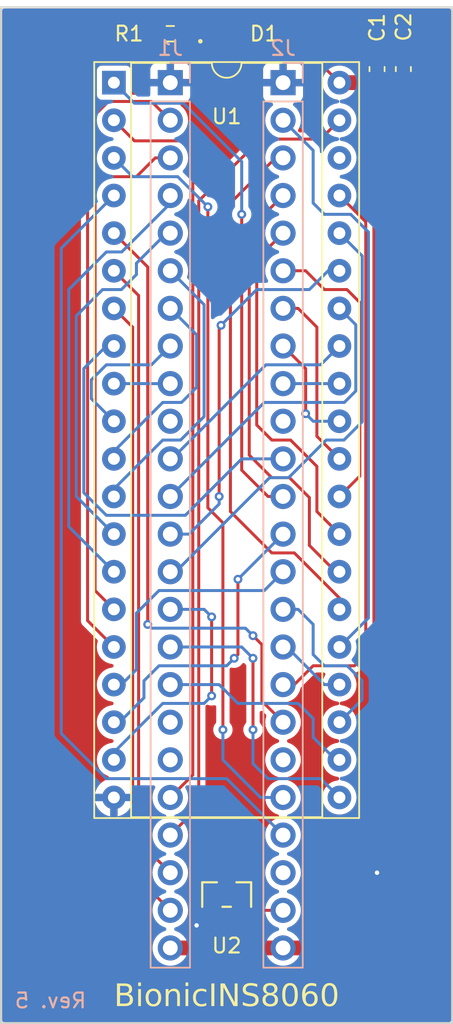
<source format=kicad_pcb>
(kicad_pcb (version 20221018) (generator pcbnew)
  (title_block (title "BionicINS8060") (date "2024-04-24") (rev "5") (company "Tadashi G. Takaoka"))
  (layers (0 "F.Cu" signal) (31 "B.Cu" signal) (34 "B.Paste" user) (35 "F.Paste" user) (36 "B.SilkS" user "B.Silkscreen") (37 "F.SilkS" user "F.Silkscreen") (38 "B.Mask" user) (39 "F.Mask" user) (44 "Edge.Cuts" user))
  (net 0 "")
  (net 1 "VCC")
  (net 2 "GND")
  (net 3 "/P53")
  (net 4 "/P26")
  (net 5 "/P27")
  (net 6 "/P47")
  (net 7 "/P46")
  (net 8 "/P25")
  (net 9 "/P24")
  (net 10 "/P23")
  (net 11 "/P22")
  (net 12 "/P21")
  (net 13 "/P20")
  (net 14 "/P34")
  (net 15 "/P35")
  (net 16 "/P17")
  (net 17 "/P36")
  (net 18 "/P16")
  (net 19 "/P15")
  (net 20 "/P40")
  (net 21 "/P14")
  (net 22 "/P41")
  (net 23 "/P13")
  (net 24 "/P42")
  (net 25 "/P12")
  (net 26 "/P11")
  (net 27 "/P44")
  (net 28 "/P10")
  (net 29 "/P45")
  (net 30 "/P33")
  (net 31 "/P32")
  (net 32 "/P31")
  (net 33 "/P30")
  (net 34 "/P51")
  (net 35 "/P55")
  (net 36 "/P43")
  (net 37 "/P52")
  (net 38 "/P54")
  (net 39 "/P50")
  (net 43 "Net-(J2-P57)")
  (net 48 "Net-(D1-K)")
  (footprint "0-LocalLibrary:LED_CSL1901UW1_ROM" (layer "F.Cu") (at 116.24 71.778)
    (fp_text reference "D1" (at 2.54 0 unlocked) (layer "F.SilkS"))
    (fp_text value "CSL1901UW1")
    (fp_circle (center -1.778 0.508) (end -1.7018 0.508) (stroke (width 0.1524)) (fill none) (layer "F.SilkS"))
    (pad "1" smd rect (at -0.7747 0) (size 0.762 0.7112) (layers "F.Cu" "F.Paste" "F.Mask") (net 48 "Net-(D1-K)"))
    (pad "2" smd rect (at 0.7747 0) (size 0.762 0.7112) (layers "F.Cu" "F.Paste" "F.Mask") (net 1 "VCC"))
    (zone (net 0) (net_name "") (layer "F.Cu") (connect_pads (clearance 0)) (min_thickness 0.254)
      (keepout (tracks not_allowed) (vias not_allowed) (pads allowed) (copperpour not_allowed) (footprints allowed))
      (fill (thermal_gap 0.508) (thermal_bridge_width 0.508))
      (polygon (pts (xy 115.8971 71.4224) (xy 116.5829 71.4224) (xy 116.5829 72.1336) (xy 115.8971 72.1336)))
    )
  )
  (footprint "Capacitor_SMD:C_0603_1608Metric_Pad1.08x0.95mm_HandSolder" (layer "F.Cu") (at 126.4 74.1645 90)
    (fp_text reference "C1" (at 2.794 0 90) (layer "F.SilkS"))
    (fp_text value "0.1u")
    (fp_line (start -0.146267 -0.51) (end 0.146267 -0.51) (stroke (width 0.12)) (layer "F.SilkS"))
    (fp_line (start -0.146267 0.51) (end 0.146267 0.51) (stroke (width 0.12)) (layer "F.SilkS"))
    (pad "1" smd roundrect (at -0.8625 0 90) (size 1.075 0.95) (layers "F.Cu" "F.Paste" "F.Mask") (net 1 "VCC"))
    (pad "2" smd roundrect (at 0.8625 0 90) (size 1.075 0.95) (layers "F.Cu" "F.Paste" "F.Mask") (net 2 "GND"))
  )
  (footprint "0-LocalLibrary:DIP-40_W15.24mm_Socket" (layer "F.Cu") (at 108.62 75.08)
    (fp_text reference "U1" (at 7.62 2.286) (layer "F.SilkS"))
    (fp_text value "INS8060")
    (fp_line (start -1.33 -1.39) (end -1.33 49.65) (stroke (width 0.12)) (layer "F.SilkS"))
    (fp_line (start -1.33 49.65) (end 16.57 49.65) (stroke (width 0.12)) (layer "F.SilkS"))
    (fp_line (start 1.16 -1.33) (end 1.16 49.59) (stroke (width 0.12)) (layer "F.SilkS"))
    (fp_line (start 1.16 49.59) (end 14.08 49.59) (stroke (width 0.12)) (layer "F.SilkS"))
    (fp_line (start 6.62 -1.33) (end 1.16 -1.33) (stroke (width 0.12)) (layer "F.SilkS"))
    (fp_line (start 14.08 -1.33) (end 8.62 -1.33) (stroke (width 0.12)) (layer "F.SilkS"))
    (fp_line (start 14.08 49.59) (end 14.08 -1.33) (stroke (width 0.12)) (layer "F.SilkS"))
    (fp_line (start 16.57 -1.39) (end -1.33 -1.39) (stroke (width 0.12)) (layer "F.SilkS"))
    (fp_line (start 16.57 49.65) (end 16.57 -1.39) (stroke (width 0.12)) (layer "F.SilkS"))
    (fp_arc (start 8.62 -1.33) (mid 7.62 -0.33) (end 6.62 -1.33) (stroke (width 0.12)) (layer "F.SilkS"))
    (pad "1" thru_hole rect locked (at 0 0) (size 1.6 1.6) (drill 0.8) (layers "*.Cu" "*.Mask") (net 22 "/P41"))
    (pad "2" thru_hole oval locked (at 0 2.54) (size 1.6 1.6) (drill 0.8) (layers "*.Cu" "*.Mask") (net 39 "/P50"))
    (pad "3" thru_hole oval locked (at 0 5.08) (size 1.6 1.6) (drill 0.8) (layers "*.Cu" "*.Mask") (net 38 "/P54"))
    (pad "4" thru_hole oval locked (at 0 7.62) (size 1.6 1.6) (drill 0.8) (layers "*.Cu" "*.Mask") (net 35 "/P55"))
    (pad "5" thru_hole oval locked (at 0 10.16) (size 1.6 1.6) (drill 0.8) (layers "*.Cu" "*.Mask") (net 6 "/P47"))
    (pad "6" thru_hole oval locked (at 0 12.7) (size 1.6 1.6) (drill 0.8) (layers "*.Cu" "*.Mask") (net 37 "/P52"))
    (pad "7" thru_hole oval locked (at 0 15.24) (size 1.6 1.6) (drill 0.8) (layers "*.Cu" "*.Mask") (net 3 "/P53"))
    (pad "8" thru_hole oval locked (at 0 17.78) (size 1.6 1.6) (drill 0.8) (layers "*.Cu" "*.Mask") (net 20 "/P40"))
    (pad "9" thru_hole oval locked (at 0 20.32) (size 1.6 1.6) (drill 0.8) (layers "*.Cu" "*.Mask") (net 16 "/P17"))
    (pad "10" thru_hole oval locked (at 0 22.86) (size 1.6 1.6) (drill 0.8) (layers "*.Cu" "*.Mask") (net 18 "/P16"))
    (pad "11" thru_hole oval locked (at 0 25.4) (size 1.6 1.6) (drill 0.8) (layers "*.Cu" "*.Mask") (net 19 "/P15"))
    (pad "12" thru_hole oval locked (at 0 27.94) (size 1.6 1.6) (drill 0.8) (layers "*.Cu" "*.Mask") (net 21 "/P14"))
    (pad "13" thru_hole oval locked (at 0 30.48) (size 1.6 1.6) (drill 0.8) (layers "*.Cu" "*.Mask") (net 23 "/P13"))
    (pad "14" thru_hole oval locked (at 0 33.02) (size 1.6 1.6) (drill 0.8) (layers "*.Cu" "*.Mask") (net 25 "/P12"))
    (pad "15" thru_hole oval locked (at 0 35.56) (size 1.6 1.6) (drill 0.8) (layers "*.Cu" "*.Mask") (net 26 "/P11"))
    (pad "16" thru_hole oval locked (at 0 38.1) (size 1.6 1.6) (drill 0.8) (layers "*.Cu" "*.Mask") (net 28 "/P10"))
    (pad "17" thru_hole oval locked (at 0 40.64) (size 1.6 1.6) (drill 0.8) (layers "*.Cu" "*.Mask") (net 36 "/P43"))
    (pad "18" thru_hole oval locked (at 0 43.18) (size 1.6 1.6) (drill 0.8) (layers "*.Cu" "*.Mask") (net 24 "/P42"))
    (pad "19" thru_hole oval locked (at 0 45.72) (size 1.6 1.6) (drill 0.8) (layers "*.Cu" "*.Mask") (net 14 "/P34"))
    (pad "20" thru_hole oval locked (at 0 48.26) (size 1.6 1.6) (drill 0.8) (layers "*.Cu" "*.Mask") (net 2 "GND"))
    (pad "21" thru_hole oval locked (at 15.24 48.26) (size 1.6 1.6) (drill 0.8) (layers "*.Cu" "*.Mask") (net 15 "/P35"))
    (pad "22" thru_hole oval locked (at 15.24 45.72) (size 1.6 1.6) (drill 0.8) (layers "*.Cu" "*.Mask") (net 17 "/P36"))
    (pad "23" thru_hole oval locked (at 15.24 43.18) (size 1.6 1.6) (drill 0.8) (layers "*.Cu" "*.Mask") (net 27 "/P44"))
    (pad "24" thru_hole oval locked (at 15.24 40.64) (size 1.6 1.6) (drill 0.8) (layers "*.Cu" "*.Mask") (net 29 "/P45"))
    (pad "25" thru_hole oval locked (at 15.24 38.1) (size 1.6 1.6) (drill 0.8) (layers "*.Cu" "*.Mask") (net 13 "/P20"))
    (pad "26" thru_hole oval locked (at 15.24 35.56) (size 1.6 1.6) (drill 0.8) (layers "*.Cu" "*.Mask") (net 12 "/P21"))
    (pad "27" thru_hole oval locked (at 15.24 33.02) (size 1.6 1.6) (drill 0.8) (layers "*.Cu" "*.Mask") (net 11 "/P22"))
    (pad "28" thru_hole oval locked (at 15.24 30.48) (size 1.6 1.6) (drill 0.8) (layers "*.Cu" "*.Mask") (net 10 "/P23"))
    (pad "29" thru_hole oval locked (at 15.24 27.94) (size 1.6 1.6) (drill 0.8) (layers "*.Cu" "*.Mask") (net 9 "/P24"))
    (pad "30" thru_hole oval locked (at 15.24 25.4) (size 1.6 1.6) (drill 0.8) (layers "*.Cu" "*.Mask") (net 8 "/P25"))
    (pad "31" thru_hole oval locked (at 15.24 22.86) (size 1.6 1.6) (drill 0.8) (layers "*.Cu" "*.Mask") (net 4 "/P26"))
    (pad "32" thru_hole oval locked (at 15.24 20.32) (size 1.6 1.6) (drill 0.8) (layers "*.Cu" "*.Mask") (net 5 "/P27"))
    (pad "33" thru_hole oval locked (at 15.24 17.78) (size 1.6 1.6) (drill 0.8) (layers "*.Cu" "*.Mask") (net 33 "/P30"))
    (pad "34" thru_hole oval locked (at 15.24 15.24) (size 1.6 1.6) (drill 0.8) (layers "*.Cu" "*.Mask") (net 32 "/P31"))
    (pad "35" thru_hole oval locked (at 15.24 12.7) (size 1.6 1.6) (drill 0.8) (layers "*.Cu" "*.Mask") (net 31 "/P32"))
    (pad "36" thru_hole oval locked (at 15.24 10.16) (size 1.6 1.6) (drill 0.8) (layers "*.Cu" "*.Mask") (net 30 "/P33"))
    (pad "37" thru_hole oval locked (at 15.24 7.62) (size 1.6 1.6) (drill 0.8) (layers "*.Cu" "*.Mask") (net 7 "/P46"))
    (pad "38" thru_hole oval locked (at 15.24 5.08) (size 1.6 1.6) (drill 0.8) (layers "*.Cu" "*.Mask"))
    (pad "39" thru_hole oval locked (at 15.24 2.54) (size 1.6 1.6) (drill 0.8) (layers "*.Cu" "*.Mask") (net 34 "/P51"))
    (pad "40" thru_hole oval locked (at 15.24 0) (size 1.6 1.6) (drill 0.8) (layers "*.Cu" "*.Mask") (net 1 "VCC"))
  )
  (footprint "0-LocalLibrary:SOT-23_MC_MCH-M" (layer "F.Cu") (at 116.24 129.894)
    (fp_text reference "U2" (at 0 3.4544 unlocked) (layer "F.SilkS"))
    (fp_text value "11AA010-I/TT")
    (fp_line (start -1.652 -0.827) (end -1.652 0.827) (stroke (width 0.1524)) (layer "F.SilkS"))
    (fp_line (start -0.66294 -0.827) (end -1.652 -0.827) (stroke (width 0.1524)) (layer "F.SilkS"))
    (fp_line (start -0.287061 0.827) (end 0.287061 0.827) (stroke (width 0.1524)) (layer "F.SilkS"))
    (fp_line (start 1.652 -0.827) (end 0.66294 -0.827) (stroke (width 0.1524)) (layer "F.SilkS"))
    (fp_line (start 1.652 0.827) (end 1.652 -0.827) (stroke (width 0.1524)) (layer "F.SilkS"))
    (pad "1" smd rect (at -0.950001 1.066) (size 0.6604 1.6256) (layers "F.Cu" "F.Paste" "F.Mask") (net 2 "GND"))
    (pad "2" smd rect (at 0.950001 1.066) (size 0.6604 1.6256) (layers "F.Cu" "F.Paste" "F.Mask") (net 43 "Net-(J2-P57)"))
    (pad "3" smd rect (at 0 -1.066) (size 0.6604 1.6256) (layers "F.Cu" "F.Paste" "F.Mask") (net 1 "VCC"))
  )
  (footprint "Capacitor_SMD:C_0603_1608Metric_Pad1.08x0.95mm_HandSolder" (layer "F.Cu") (at 128.178 74.1645 90)
    (fp_text reference "C2" (at 2.8424 0.0141 90) (layer "F.SilkS"))
    (fp_text value "22u")
    (fp_line (start -0.146267 -0.51) (end 0.146267 -0.51) (stroke (width 0.12)) (layer "F.SilkS"))
    (fp_line (start -0.146267 0.51) (end 0.146267 0.51) (stroke (width 0.12)) (layer "F.SilkS"))
    (pad "1" smd roundrect (at -0.8625 0 90) (size 1.075 0.95) (layers "F.Cu" "F.Paste" "F.Mask") (net 1 "VCC"))
    (pad "2" smd roundrect (at 0.8625 0 90) (size 1.075 0.95) (layers "F.Cu" "F.Paste" "F.Mask") (net 2 "GND"))
  )
  (footprint "Resistor_SMD:R_0603_1608Metric_Pad0.98x0.95mm_HandSolder" (layer "F.Cu") (at 112.43 71.778 180)
    (fp_text reference "R1" (at 2.794 0) (layer "F.SilkS"))
    (fp_text value "1.6k")
    (fp_line (start -0.254724 -0.5225) (end 0.254724 -0.5225) (stroke (width 0.12)) (layer "F.SilkS"))
    (fp_line (start -0.254724 0.5225) (end 0.254724 0.5225) (stroke (width 0.12)) (layer "F.SilkS"))
    (pad "1" smd roundrect (at -0.9125 0 180) (size 0.975 0.95) (layers "F.Cu" "F.Paste" "F.Mask") (net 48 "Net-(D1-K)"))
    (pad "2" smd roundrect (at 0.9125 0 180) (size 0.975 0.95) (layers "F.Cu" "F.Paste" "F.Mask") (net 2 "GND"))
  )
  (footprint "0-LocalLibrary:Bionic-P245_Vertical" (layer "B.Cu") (at 120.05 75.08 180)
    (fp_text reference "J2" (at 0 2.33) (layer "B.SilkS") (effects (justify mirror)))
    (fp_text value "Bionic-P245")
    (fp_line (start -1.33 -59.75) (end 1.33 -59.75) (stroke (width 0.12)) (layer "B.SilkS"))
    (fp_line (start -1.33 -1.27) (end -1.33 -59.75) (stroke (width 0.12)) (layer "B.SilkS"))
    (fp_line (start -1.33 -1.27) (end 1.33 -1.27) (stroke (width 0.12)) (layer "B.SilkS"))
    (fp_line (start -1.33 0) (end -1.33 1.33) (stroke (width 0.12)) (layer "B.SilkS"))
    (fp_line (start -1.33 1.33) (end 0 1.33) (stroke (width 0.12)) (layer "B.SilkS"))
    (fp_line (start 1.33 -1.27) (end 1.33 -59.75) (stroke (width 0.12)) (layer "B.SilkS"))
    (pad "25" thru_hole oval locked (at 0 -58.42 180) (size 1.7 1.7) (drill 1) (layers "*.Cu" "*.Mask") (net 1 "VCC"))
    (pad "26" thru_hole oval locked (at 0 -55.88 180) (size 1.7 1.7) (drill 1) (layers "*.Cu" "*.Mask") (net 43 "Net-(J2-P57)"))
    (pad "27" thru_hole oval locked (at 0 -53.34 180) (size 1.7 1.7) (drill 1) (layers "*.Cu" "*.Mask"))
    (pad "28" thru_hole oval locked (at 0 -50.8 180) (size 1.7 1.7) (drill 1) (layers "*.Cu" "*.Mask") (net 35 "/P55"))
    (pad "29" thru_hole oval locked (at 0 -48.26 180) (size 1.7 1.7) (drill 1) (layers "*.Cu" "*.Mask") (net 38 "/P54"))
    (pad "30" thru_hole oval locked (at 0 -45.72 180) (size 1.7 1.7) (drill 1) (layers "*.Cu" "*.Mask"))
    (pad "31" thru_hole oval locked (at 0 -43.18 180) (size 1.7 1.7) (drill 1) (layers "*.Cu" "*.Mask") (net 6 "/P47"))
    (pad "32" thru_hole oval locked (at 0 -40.64 180) (size 1.7 1.7) (drill 1) (layers "*.Cu" "*.Mask") (net 7 "/P46"))
    (pad "33" thru_hole oval locked (at 0 -38.1 180) (size 1.7 1.7) (drill 1) (layers "*.Cu" "*.Mask") (net 29 "/P45"))
    (pad "34" thru_hole oval locked (at 0 -35.56 180) (size 1.7 1.7) (drill 1) (layers "*.Cu" "*.Mask") (net 27 "/P44"))
    (pad "35" thru_hole oval locked (at 0 -33.02 180) (size 1.7 1.7) (drill 1) (layers "*.Cu" "*.Mask") (net 36 "/P43"))
    (pad "36" thru_hole oval locked (at 0 -30.48 180) (size 1.7 1.7) (drill 1) (layers "*.Cu" "*.Mask") (net 24 "/P42"))
    (pad "37" thru_hole oval locked (at 0 -27.94 180) (size 1.7 1.7) (drill 1) (layers "*.Cu" "*.Mask") (net 22 "/P41"))
    (pad "38" thru_hole oval locked (at 0 -25.4 180) (size 1.7 1.7) (drill 1) (layers "*.Cu" "*.Mask") (net 20 "/P40"))
    (pad "39" thru_hole oval locked (at 0 -22.86 180) (size 1.7 1.7) (drill 1) (layers "*.Cu" "*.Mask"))
    (pad "40" thru_hole oval locked (at 0 -20.32 180) (size 1.7 1.7) (drill 1) (layers "*.Cu" "*.Mask") (net 5 "/P27"))
    (pad "41" thru_hole oval locked (at 0 -17.78 180) (size 1.7 1.7) (drill 1) (layers "*.Cu" "*.Mask") (net 4 "/P26"))
    (pad "42" thru_hole oval locked (at 0 -15.24 180) (size 1.7 1.7) (drill 1) (layers "*.Cu" "*.Mask") (net 8 "/P25"))
    (pad "43" thru_hole oval locked (at 0 -12.7 180) (size 1.7 1.7) (drill 1) (layers "*.Cu" "*.Mask") (net 9 "/P24"))
    (pad "44" thru_hole oval locked (at 0 -10.16 180) (size 1.7 1.7) (drill 1) (layers "*.Cu" "*.Mask") (net 10 "/P23"))
    (pad "45" thru_hole oval locked (at 0 -7.62 180) (size 1.7 1.7) (drill 1) (layers "*.Cu" "*.Mask") (net 11 "/P22"))
    (pad "46" thru_hole oval locked (at 0 -5.08 180) (size 1.7 1.7) (drill 1) (layers "*.Cu" "*.Mask") (net 12 "/P21"))
    (pad "47" thru_hole oval locked (at 0 -2.54 180) (size 1.7 1.7) (drill 1) (layers "*.Cu" "*.Mask") (net 13 "/P20"))
    (pad "48" thru_hole rect locked (at 0 0 180) (size 1.7 1.7) (drill 1) (layers "*.Cu" "*.Mask") (net 2 "GND"))
  )
  (footprint "0-LocalLibrary:Bionic-P135_Vertical" (layer "B.Cu") (at 112.43 75.08 180)
    (fp_text reference "J1" (at 0 2.33) (layer "B.SilkS") (effects (justify mirror)))
    (fp_text value "Bionic-P135")
    (fp_line (start -1.33 -59.75) (end 1.33 -59.75) (stroke (width 0.12)) (layer "B.SilkS"))
    (fp_line (start -1.33 -1.27) (end -1.33 -59.75) (stroke (width 0.12)) (layer "B.SilkS"))
    (fp_line (start -1.33 -1.27) (end 1.33 -1.27) (stroke (width 0.12)) (layer "B.SilkS"))
    (fp_line (start -1.33 0) (end -1.33 1.33) (stroke (width 0.12)) (layer "B.SilkS"))
    (fp_line (start -1.33 1.33) (end 0 1.33) (stroke (width 0.12)) (layer "B.SilkS"))
    (fp_line (start 1.33 -1.27) (end 1.33 -59.75) (stroke (width 0.12)) (layer "B.SilkS"))
    (pad "1" thru_hole rect locked (at 0 0 180) (size 1.7 1.7) (drill 1) (layers "*.Cu" "*.Mask") (net 2 "GND"))
    (pad "2" thru_hole oval locked (at 0 -2.54 180) (size 1.7 1.7) (drill 1) (layers "*.Cu" "*.Mask") (net 28 "/P10"))
    (pad "3" thru_hole oval locked (at 0 -5.08 180) (size 1.7 1.7) (drill 1) (layers "*.Cu" "*.Mask") (net 26 "/P11"))
    (pad "4" thru_hole oval locked (at 0 -7.62 180) (size 1.7 1.7) (drill 1) (layers "*.Cu" "*.Mask") (net 25 "/P12"))
    (pad "5" thru_hole oval locked (at 0 -10.16 180) (size 1.7 1.7) (drill 1) (layers "*.Cu" "*.Mask") (net 23 "/P13"))
    (pad "6" thru_hole oval locked (at 0 -12.7 180) (size 1.7 1.7) (drill 1) (layers "*.Cu" "*.Mask") (net 21 "/P14"))
    (pad "7" thru_hole oval locked (at 0 -15.24 180) (size 1.7 1.7) (drill 1) (layers "*.Cu" "*.Mask") (net 19 "/P15"))
    (pad "8" thru_hole oval locked (at 0 -17.78 180) (size 1.7 1.7) (drill 1) (layers "*.Cu" "*.Mask") (net 18 "/P16"))
    (pad "9" thru_hole oval locked (at 0 -20.32 180) (size 1.7 1.7) (drill 1) (layers "*.Cu" "*.Mask") (net 16 "/P17"))
    (pad "10" thru_hole oval locked (at 0 -22.86 180) (size 1.7 1.7) (drill 1) (layers "*.Cu" "*.Mask"))
    (pad "11" thru_hole oval locked (at 0 -25.4 180) (size 1.7 1.7) (drill 1) (layers "*.Cu" "*.Mask") (net 33 "/P30"))
    (pad "12" thru_hole oval locked (at 0 -27.94 180) (size 1.7 1.7) (drill 1) (layers "*.Cu" "*.Mask") (net 32 "/P31"))
    (pad "13" thru_hole oval locked (at 0 -30.48 180) (size 1.7 1.7) (drill 1) (layers "*.Cu" "*.Mask") (net 31 "/P32"))
    (pad "14" thru_hole oval locked (at 0 -33.02 180) (size 1.7 1.7) (drill 1) (layers "*.Cu" "*.Mask") (net 30 "/P33"))
    (pad "15" thru_hole oval locked (at 0 -35.56 180) (size 1.7 1.7) (drill 1) (layers "*.Cu" "*.Mask") (net 14 "/P34"))
    (pad "16" thru_hole oval locked (at 0 -38.1 180) (size 1.7 1.7) (drill 1) (layers "*.Cu" "*.Mask") (net 15 "/P35"))
    (pad "17" thru_hole oval locked (at 0 -40.64 180) (size 1.7 1.7) (drill 1) (layers "*.Cu" "*.Mask") (net 17 "/P36"))
    (pad "18" thru_hole oval locked (at 0 -43.18 180) (size 1.7 1.7) (drill 1) (layers "*.Cu" "*.Mask"))
    (pad "19" thru_hole oval locked (at 0 -45.72 180) (size 1.7 1.7) (drill 1) (layers "*.Cu" "*.Mask"))
    (pad "20" thru_hole oval locked (at 0 -48.26 180) (size 1.7 1.7) (drill 1) (layers "*.Cu" "*.Mask") (net 39 "/P50"))
    (pad "21" thru_hole oval locked (at 0 -50.8 180) (size 1.7 1.7) (drill 1) (layers "*.Cu" "*.Mask") (net 34 "/P51"))
    (pad "22" thru_hole oval locked (at 0 -53.34 180) (size 1.7 1.7) (drill 1) (layers "*.Cu" "*.Mask") (net 37 "/P52"))
    (pad "23" thru_hole oval locked (at 0 -55.88 180) (size 1.7 1.7) (drill 1) (layers "*.Cu" "*.Mask") (net 3 "/P53"))
    (pad "24" thru_hole oval locked (at 0 -58.42 180) (size 1.7 1.7) (drill 1) (layers "*.Cu" "*.Mask") (net 1 "VCC"))
  )
  (gr_rect (start 101 70) (end 131.48 138.58) (stroke (width 0.15)) (fill none) (layer "Edge.Cuts"))
  (gr_text "Rev. 5" (at 106.842 137.056) (layer "B.SilkS") (effects (font (size 1 1)) (justify left mirror)))
  (gr_text "BionicINS8060" (at 116.24 136.802) (layer "F.SilkS") (effects (font (size 1.5 1.5))))
  (segment (start 123.86 133.5) (end 128.305 129.055) (width 1) (layer "F.Cu") (net 1))
  (segment (start 116.24 133.5) (end 120.05 133.5) (width 1) (layer "F.Cu") (net 1))
  (segment (start 126.4 75.08) (end 123.86 75.08) (width 1) (layer "F.Cu") (net 1))
  (segment (start 112.43 133.5) (end 116.24 133.5) (width 1) (layer "F.Cu") (net 1))
  (segment (start 116.24 133.5) (end 116.24 128.624) (width 0.2) (layer "F.Cu") (net 1))
  (segment (start 120.05 133.5) (end 123.86 133.5) (width 1) (layer "F.Cu") (net 1))
  (segment (start 126.4 75.08) (end 126.4 74.9265) (width 1) (layer "F.Cu") (net 1))
  (segment (start 120.558 71.778) (end 123.86 75.08) (width 0.2) (layer "F.Cu") (net 1))
  (segment (start 117.0147 71.778) (end 120.558 71.778) (width 0.2) (layer "F.Cu") (net 1))
  (segment (start 128.305 75.08) (end 126.4 75.08) (width 1) (layer "F.Cu") (net 1))
  (segment (start 128.305 129.055) (end 128.305 75.08) (width 1) (layer "F.Cu") (net 1))
  (via (at 114.208 131.976) (size 0.6) (drill 0.3) (layers "F.Cu" "B.Cu") (net 2))
  (via (at 126.4 128.42) (size 0.6) (drill 0.3) (layers "F.Cu" "B.Cu") (net 2))
  (segment (start 112.43 130.96) (end 109.89 128.42) (width 0.2) (layer "F.Cu") (net 3))
  (segment (start 109.89 128.42) (end 109.89 91.59) (width 0.2) (layer "F.Cu") (net 3))
  (segment (start 109.89 91.59) (end 108.62 90.32) (width 0.2) (layer "F.Cu") (net 3))
  (segment (start 121.5767 97.432) (end 121.5767 94.3867) (width 0.2) (layer "F.Cu") (net 4))
  (segment (start 121.5767 94.3867) (end 120.05 92.86) (width 0.2) (layer "F.Cu") (net 4))
  (via (at 121.5767 97.432) (size 0.6) (drill 0.3) (layers "F.Cu" "B.Cu") (net 4))
  (segment (start 121.5767 97.432) (end 122.0847 97.94) (width 0.2) (layer "B.Cu") (net 4))
  (segment (start 122.0847 97.94) (end 123.86 97.94) (width 0.2) (layer "B.Cu") (net 4))
  (segment (start 123.86 95.4) (end 120.05 95.4) (width 0.2) (layer "B.Cu") (net 5))
  (segment (start 110.906 111.656) (end 110.906 87.526) (width 0.2) (layer "F.Cu") (net 6))
  (segment (start 118.618 116.828) (end 120.05 118.26) (width 0.2) (layer "F.Cu") (net 6))
  (segment (start 118.618 113.018) (end 118.618 116.828) (width 0.2) (layer "F.Cu") (net 6))
  (segment (start 118.018 112.418) (end 118.618 113.018) (width 0.2) (layer "F.Cu") (net 6))
  (segment (start 110.906 87.526) (end 108.62 85.24) (width 0.2) (layer "F.Cu") (net 6))
  (via (at 110.906 111.656) (size 0.6) (drill 0.3) (layers "F.Cu" "B.Cu") (net 6))
  (via (at 118.018 112.418) (size 0.6) (drill 0.3) (layers "F.Cu" "B.Cu") (net 6))
  (segment (start 117.51 111.91) (end 111.16 111.91) (width 0.2) (layer "B.Cu") (net 6))
  (segment (start 118.018 112.418) (end 117.51 111.91) (width 0.2) (layer "B.Cu") (net 6))
  (segment (start 111.16 111.91) (end 110.906 111.656) (width 0.2) (layer "B.Cu") (net 6))
  (segment (start 120.05 115.72) (end 120.812 115.72) (width 0.2) (layer "F.Cu") (net 7))
  (segment (start 122.082 114.45) (end 124.876 114.45) (width 0.2) (layer "F.Cu") (net 7))
  (segment (start 125.638 113.688) (end 125.638 84.478) (width 0.2) (layer "F.Cu") (net 7))
  (segment (start 124.876 114.45) (end 125.638 113.688) (width 0.2) (layer "F.Cu") (net 7))
  (segment (start 125.638 84.478) (end 123.86 82.7) (width 0.2) (layer "F.Cu") (net 7))
  (segment (start 120.812 115.72) (end 122.082 114.45) (width 0.2) (layer "F.Cu") (net 7))
  (segment (start 122.336 91.59) (end 122.336 98.956) (width 0.2) (layer "F.Cu") (net 8))
  (segment (start 121.066 90.32) (end 122.336 91.59) (width 0.2) (layer "F.Cu") (net 8))
  (segment (start 120.05 90.32) (end 121.066 90.32) (width 0.2) (layer "F.Cu") (net 8))
  (segment (start 122.336 98.956) (end 123.86 100.48) (width 0.2) (layer "F.Cu") (net 8))
  (segment (start 125.238 89.92) (end 125.238 101.642) (width 0.2) (layer "F.Cu") (net 9))
  (segment (start 120.05 87.78) (end 121.574 87.78) (width 0.2) (layer "F.Cu") (net 9))
  (segment (start 124.368 89.05) (end 125.238 89.92) (width 0.2) (layer "F.Cu") (net 9))
  (segment (start 122.844 89.05) (end 124.368 89.05) (width 0.2) (layer "F.Cu") (net 9))
  (segment (start 125.238 101.642) (end 123.86 103.02) (width 0.2) (layer "F.Cu") (net 9))
  (segment (start 121.574 87.78) (end 122.844 89.05) (width 0.2) (layer "F.Cu") (net 9))
  (segment (start 122.336 100.988) (end 120.558 99.21) (width 0.2) (layer "F.Cu") (net 10))
  (segment (start 118.272 98.194) (end 118.272 87.018) (width 0.2) (layer "F.Cu") (net 10))
  (segment (start 118.272 87.018) (end 120.05 85.24) (width 0.2) (layer "F.Cu") (net 10))
  (segment (start 120.558 99.21) (end 119.288 99.21) (width 0.2) (layer "F.Cu") (net 10))
  (segment (start 123.86 105.56) (end 122.336 104.036) (width 0.2) (layer "F.Cu") (net 10))
  (segment (start 122.336 104.036) (end 122.336 100.988) (width 0.2) (layer "F.Cu") (net 10))
  (segment (start 119.288 99.21) (end 118.272 98.194) (width 0.2) (layer "F.Cu") (net 10))
  (segment (start 123.606 108.1) (end 121.828 106.322) (width 0.2) (layer "F.Cu") (net 11))
  (segment (start 121.828 103.0942) (end 120.4838 101.75) (width 0.2) (layer "F.Cu") (net 11))
  (segment (start 123.86 108.1) (end 123.606 108.1) (width 0.2) (layer "F.Cu") (net 11))
  (segment (start 117.764 84.986) (end 120.05 82.7) (width 0.2) (layer "F.Cu") (net 11))
  (segment (start 117.764 100.226) (end 117.764 84.986) (width 0.2) (layer "F.Cu") (net 11))
  (segment (start 120.4838 101.75) (end 119.288 101.75) (width 0.2) (layer "F.Cu") (net 11))
  (segment (start 119.288 101.75) (end 117.764 100.226) (width 0.2) (layer "F.Cu") (net 11))
  (segment (start 121.828 106.322) (end 121.828 103.0942) (width 0.2) (layer "F.Cu") (net 11))
  (segment (start 123.86 109.878) (end 120.812 106.83) (width 0.2) (layer "F.Cu") (net 12))
  (segment (start 119.542 80.16) (end 120.05 80.16) (width 0.2) (layer "F.Cu") (net 12))
  (segment (start 116.494 104.036) (end 116.494 83.208) (width 0.2) (layer "F.Cu") (net 12))
  (segment (start 120.812 106.83) (end 119.288 106.83) (width 0.2) (layer "F.Cu") (net 12))
  (segment (start 116.494 83.208) (end 119.542 80.16) (width 0.2) (layer "F.Cu") (net 12))
  (segment (start 123.86 110.64) (end 123.86 109.878) (width 0.2) (layer "F.Cu") (net 12))
  (segment (start 119.288 106.83) (end 116.494 104.036) (width 0.2) (layer "F.Cu") (net 12))
  (segment (start 123.86 113.18) (end 125.8172 111.2228) (width 0.2) (layer "B.Cu") (net 13))
  (segment (start 125.8172 111.2228) (end 125.8172 85.1652) (width 0.2) (layer "B.Cu") (net 13))
  (segment (start 125.8172 85.1652) (end 124.622 83.97) (width 0.2) (layer "B.Cu") (net 13))
  (segment (start 124.622 83.97) (end 122.844 83.97) (width 0.2) (layer "B.Cu") (net 13))
  (segment (start 122.082 79.652) (end 120.05 77.62) (width 0.2) (layer "B.Cu") (net 13))
  (segment (start 122.844 83.97) (end 122.082 83.208) (width 0.2) (layer "B.Cu") (net 13))
  (segment (start 122.082 83.208) (end 122.082 79.652) (width 0.2) (layer "B.Cu") (net 13))
  (segment (start 115.224 111.148) (end 115.224 116.482) (width 0.2) (layer "F.Cu") (net 14))
  (via (at 115.224 116.482) (size 0.6) (drill 0.3) (layers "F.Cu" "B.Cu") (net 14))
  (via (at 115.224 111.148) (size 0.6) (drill 0.3) (layers "F.Cu" "B.Cu") (net 14))
  (segment (start 108.62 120.292) (end 108.62 120.8) (width 0.2) (layer "B.Cu") (net 14))
  (segment (start 114.716 110.64) (end 112.43 110.64) (width 0.2) (layer "B.Cu") (net 14))
  (segment (start 112.43 110.64) (end 112.43 110.686984) (width 0.2) (layer "B.Cu") (net 14))
  (segment (start 111.922 116.99) (end 108.62 120.292) (width 0.2) (layer "B.Cu") (net 14))
  (segment (start 115.224 111.148) (end 114.716 110.64) (width 0.2) (layer "B.Cu") (net 14))
  (segment (start 115.224 116.482) (end 114.716 116.99) (width 0.2) (layer "B.Cu") (net 14))
  (segment (start 114.716 116.99) (end 111.922 116.99) (width 0.2) (layer "B.Cu") (net 14))
  (segment (start 118.018 113.942) (end 118.018 118.768) (width 0.2) (layer "F.Cu") (net 15))
  (via (at 118.018 118.768) (size 0.6) (drill 0.3) (layers "F.Cu" "B.Cu") (net 15))
  (via (at 118.018 113.942) (size 0.6) (drill 0.3) (layers "F.Cu" "B.Cu") (net 15))
  (segment (start 122.59 122.07) (end 123.86 123.34) (width 0.2) (layer "B.Cu") (net 15))
  (segment (start 118.018 113.942) (end 117.256 113.18) (width 0.2) (layer "B.Cu") (net 15))
  (segment (start 119.034 122.07) (end 122.59 122.07) (width 0.2) (layer "B.Cu") (net 15))
  (segment (start 118.018 118.768) (end 118.018 121.054) (width 0.2) (layer "B.Cu") (net 15))
  (segment (start 117.256 113.18) (end 112.43 113.18) (width 0.2) (layer "B.Cu") (net 15))
  (segment (start 118.018 121.054) (end 119.034 122.07) (width 0.2) (layer "B.Cu") (net 15))
  (segment (start 112.43 95.4) (end 108.62 95.4) (width 0.2) (layer "B.Cu") (net 16))
  (segment (start 112.43 115.72) (end 115.732 115.72) (width 0.2) (layer "B.Cu") (net 17))
  (segment (start 123.606 120.8) (end 123.86 120.8) (width 0.2) (layer "B.Cu") (net 17))
  (segment (start 121.066 116.99) (end 122.082 118.006) (width 0.2) (layer "B.Cu") (net 17))
  (segment (start 115.732 115.72) (end 117.002 116.99) (width 0.2) (layer "B.Cu") (net 17))
  (segment (start 122.082 118.006) (end 122.082 119.276) (width 0.2) (layer "B.Cu") (net 17))
  (segment (start 117.002 116.99) (end 121.066 116.99) (width 0.2) (layer "B.Cu") (net 17))
  (segment (start 122.082 119.276) (end 123.606 120.8) (width 0.2) (layer "B.Cu") (net 17))
  (segment (start 108.112 94.13) (end 111.16 94.13) (width 0.2) (layer "B.Cu") (net 18))
  (segment (start 108.62 97.94) (end 107.096 96.416) (width 0.2) (layer "B.Cu") (net 18))
  (segment (start 107.096 96.416) (end 107.096 95.146) (width 0.2) (layer "B.Cu") (net 18))
  (segment (start 107.096 95.146) (end 108.112 94.13) (width 0.2) (layer "B.Cu") (net 18))
  (segment (start 111.16 94.13) (end 112.43 92.86) (width 0.2) (layer "B.Cu") (net 18))
  (segment (start 114.208 95.654) (end 113.192 96.67) (width 0.2) (layer "B.Cu") (net 19))
  (segment (start 111.922 96.67) (end 108.62 99.972) (width 0.2) (layer "B.Cu") (net 19))
  (segment (start 114.208 92.098) (end 114.208 95.654) (width 0.2) (layer "B.Cu") (net 19))
  (segment (start 113.192 96.67) (end 111.922 96.67) (width 0.2) (layer "B.Cu") (net 19))
  (segment (start 112.43 90.32) (end 114.208 92.098) (width 0.2) (layer "B.Cu") (net 19))
  (segment (start 108.62 99.972) (end 108.62 100.48) (width 0.2) (layer "B.Cu") (net 19))
  (segment (start 108.112 92.86) (end 108.62 92.86) (width 0.2) (layer "B.Cu") (net 20))
  (segment (start 117.256 100.48) (end 113.446 104.29) (width 0.2) (layer "B.Cu") (net 20))
  (segment (start 106.588 94.384) (end 108.112 92.86) (width 0.2) (layer "B.Cu") (net 20))
  (segment (start 106.588 102.766) (end 106.588 94.384) (width 0.2) (layer "B.Cu") (net 20))
  (segment (start 120.05 100.48) (end 117.256 100.48) (width 0.2) (layer "B.Cu") (net 20))
  (segment (start 108.112 104.29) (end 106.588 102.766) (width 0.2) (layer "B.Cu") (net 20))
  (segment (start 113.446 104.29) (end 108.112 104.29) (width 0.2) (layer "B.Cu") (net 20))
  (segment (start 113.1278 99.21) (end 114.716 97.6218) (width 0.2) (layer "B.Cu") (net 21))
  (segment (start 108.62 103.02) (end 108.62 102.512) (width 0.2) (layer "B.Cu") (net 21))
  (segment (start 111.922 99.21) (end 113.1278 99.21) (width 0.2) (layer "B.Cu") (net 21))
  (segment (start 114.716 97.6218) (end 114.716 90.066) (width 0.2) (layer "B.Cu") (net 21))
  (segment (start 114.716 90.066) (end 112.43 87.78) (width 0.2) (layer "B.Cu") (net 21))
  (segment (start 108.62 102.512) (end 111.922 99.21) (width 0.2) (layer "B.Cu") (net 21))
  (segment (start 117.256 83.97) (end 117.256 101.242) (width 0.2) (layer "F.Cu") (net 22))
  (segment (start 117.256 101.242) (end 119.034 103.02) (width 0.2) (layer "F.Cu") (net 22))
  (segment (start 119.034 103.02) (end 120.05 103.02) (width 0.2) (layer "F.Cu") (net 22))
  (via (at 117.256 83.97) (size 0.6) (drill 0.3) (layers "F.Cu" "B.Cu") (net 22))
  (segment (start 110.01 76.47) (end 108.62 75.08) (width 0.2) (layer "B.Cu") (net 22))
  (segment (start 117.256 80.414) (end 113.312 76.47) (width 0.2) (layer "B.Cu") (net 22))
  (segment (start 117.256 83.97) (end 117.256 80.414) (width 0.2) (layer "B.Cu") (net 22))
  (segment (start 113.312 76.47) (end 110.01 76.47) (width 0.2) (layer "B.Cu") (net 22))
  (segment (start 110.144 88.034) (end 110.144 87.272) (width 0.2) (layer "B.Cu") (net 23))
  (segment (start 108.62 105.56) (end 106.08 103.02) (width 0.2) (layer "B.Cu") (net 23))
  (segment (start 106.08 103.02) (end 106.08 90.828) (width 0.2) (layer "B.Cu") (net 23))
  (segment (start 109.128 89.05) (end 110.144 88.034) (width 0.2) (layer "B.Cu") (net 23))
  (segment (start 112.176 85.24) (end 112.43 85.24) (width 0.2) (layer "B.Cu") (net 23))
  (segment (start 107.858 89.05) (end 109.128 89.05) (width 0.2) (layer "B.Cu") (net 23))
  (segment (start 110.144 87.272) (end 112.176 85.24) (width 0.2) (layer "B.Cu") (net 23))
  (segment (start 106.08 90.828) (end 107.858 89.05) (width 0.2) (layer "B.Cu") (net 23))
  (segment (start 117.002 113.688) (end 116.748 113.942) (width 0.2) (layer "F.Cu") (net 24))
  (segment (start 117.002 108.608) (end 117.002 113.688) (width 0.2) (layer "F.Cu") (net 24))
  (via (at 116.748 113.942) (size 0.6) (drill 0.3) (layers "F.Cu" "B.Cu") (net 24))
  (via (at 117.002 108.608) (size 0.6) (drill 0.3) (layers "F.Cu" "B.Cu") (net 24))
  (segment (start 111.668 114.45) (end 110.652 115.466) (width 0.2) (layer "B.Cu") (net 24))
  (segment (start 116.24 114.45) (end 111.668 114.45) (width 0.2) (layer "B.Cu") (net 24))
  (segment (start 117.002 108.608) (end 120.05 105.56) (width 0.2) (layer "B.Cu") (net 24))
  (segment (start 109.001 118.26) (end 108.62 118.26) (width 0.2) (layer "B.Cu") (net 24))
  (segment (start 110.652 115.466) (end 110.652 116.609) (width 0.2) (layer "B.Cu") (net 24))
  (segment (start 116.748 113.942) (end 116.24 114.45) (width 0.2) (layer "B.Cu") (net 24))
  (segment (start 110.652 116.609) (end 109.001 118.26) (width 0.2) (layer "B.Cu") (net 24))
  (segment (start 105.572 105.052) (end 108.62 108.1) (width 0.2) (layer "B.Cu") (net 25))
  (segment (start 108.112 86.51) (end 105.572 89.05) (width 0.2) (layer "B.Cu") (net 25))
  (segment (start 105.572 89.05) (end 105.572 105.052) (width 0.2) (layer "B.Cu") (net 25))
  (segment (start 112.43 83.23025) (end 109.15025 86.51) (width 0.2) (layer "B.Cu") (net 25))
  (segment (start 112.43 82.7) (end 112.43 83.23025) (width 0.2) (layer "B.Cu") (net 25))
  (segment (start 109.15025 86.51) (end 108.112 86.51) (width 0.2) (layer "B.Cu") (net 25))
  (segment (start 112.43 80.4649) (end 112.43 80.16) (width 0.2) (layer "F.Cu") (net 26))
  (segment (start 107.35 82.192) (end 107.35 109.37) (width 0.2) (layer "F.Cu") (net 26))
  (segment (start 110.144 81.43) (end 108.112 81.43) (width 0.2) (layer "F.Cu") (net 26))
  (segment (start 108.112 81.43) (end 107.35 82.192) (width 0.2) (layer "F.Cu") (net 26))
  (segment (start 107.35 109.37) (end 108.62 110.64) (width 0.2) (layer "F.Cu") (net 26))
  (segment (start 112.43 80.16) (end 111.414 80.16) (width 0.2) (layer "F.Cu") (net 26))
  (segment (start 111.414 80.16) (end 110.144 81.43) (width 0.2) (layer "F.Cu") (net 26))
  (segment (start 111.668 80.16) (end 112.43 80.16) (width 0.2) (layer "B.Cu") (net 26))
  (segment (start 122.082 111.656) (end 122.082 113.688) (width 0.2) (layer "B.Cu") (net 27))
  (segment (start 122.082 113.688) (end 122.844 114.45) (width 0.2) (layer "B.Cu") (net 27))
  (segment (start 124.383817 114.45) (end 125.384 115.450183) (width 0.2) (layer "B.Cu") (net 27))
  (segment (start 125.384 115.450183) (end 125.384 116.736) (width 0.2) (layer "B.Cu") (net 27))
  (segment (start 122.844 114.45) (end 124.383817 114.45) (width 0.2) (layer "B.Cu") (net 27))
  (segment (start 120.05 110.64) (end 121.066 110.64) (width 0.2) (layer "B.Cu") (net 27))
  (segment (start 125.384 116.736) (end 123.86 118.26) (width 0.2) (layer "B.Cu") (net 27))
  (segment (start 121.066 110.64) (end 122.082 111.656) (width 0.2) (layer "B.Cu") (net 27))
  (segment (start 106.842 77.7592) (end 106.842 111.402) (width 0.2) (layer "F.Cu") (net 28))
  (segment (start 106.842 111.402) (end 108.62 113.18) (width 0.2) (layer "F.Cu") (net 28))
  (segment (start 112.43 77.62) (end 111.16 76.35) (width 0.2) (layer "F.Cu") (net 28))
  (segment (start 108.2512 76.35) (end 106.842 77.7592) (width 0.2) (layer "F.Cu") (net 28))
  (segment (start 111.16 76.35) (end 108.2512 76.35) (width 0.2) (layer "F.Cu") (net 28))
  (segment (start 123.86 115.72) (end 122.844 115.72) (width 0.2) (layer "B.Cu") (net 29))
  (segment (start 122.844 115.72) (end 120.304 113.18) (width 0.2) (layer "B.Cu") (net 29))
  (segment (start 120.304 113.18) (end 120.05 113.18) (width 0.2) (layer "B.Cu") (net 29))
  (segment (start 125.4 86.78) (end 123.86 85.24) (width 0.2) (layer "B.Cu") (net 30))
  (segment (start 125.4 97.9753) (end 125.4 86.78) (width 0.2) (layer "B.Cu") (net 30))
  (segment (start 124.1653 99.21) (end 125.4 97.9753) (width 0.2) (layer "B.Cu") (net 30))
  (segment (start 122.9669 99.21) (end 124.1653 99.21) (width 0.2) (layer "B.Cu") (net 30))
  (segment (start 112.43 108.1) (end 112.7947 108.1) (width 0.2) (layer "B.Cu") (net 30))
  (segment (start 120.4269 101.75) (end 122.9669 99.21) (width 0.2) (layer "B.Cu") (net 30))
  (segment (start 112.7947 108.1) (end 119.1447 101.75) (width 0.2) (layer "B.Cu") (net 30))
  (segment (start 119.1447 101.75) (end 120.4269 101.75) (width 0.2) (layer "B.Cu") (net 30))
  (segment (start 115.732 91.59) (end 115.859 91.463) (width 0.2) (layer "F.Cu") (net 31))
  (segment (start 115.732 103.02) (end 115.732 91.59) (width 0.2) (layer "F.Cu") (net 31))
  (via (at 115.859 91.463) (size 0.6) (drill 0.3) (layers "F.Cu" "B.Cu") (net 31))
  (via (at 115.732 103.02) (size 0.6) (drill 0.3) (layers "F.Cu" "B.Cu") (net 31))
  (segment (start 121.828 89.05) (end 123.098 87.78) (width 0.2) (layer "B.Cu") (net 31))
  (segment (start 118.272 89.05) (end 121.828 89.05) (width 0.2) (layer "B.Cu") (net 31))
  (segment (start 115.859 91.463) (end 118.272 89.05) (width 0.2) (layer "B.Cu") (net 31))
  (segment (start 115.732 103.528) (end 113.7 105.56) (width 0.2) (layer "B.Cu") (net 31))
  (segment (start 115.732 103.02) (end 115.732 103.528) (width 0.2) (layer "B.Cu") (net 31))
  (segment (start 123.098 87.78) (end 123.86 87.78) (width 0.2) (layer "B.Cu") (net 31))
  (segment (start 113.7 105.56) (end 112.43 105.56) (width 0.2) (layer "B.Cu") (net 31))
  (segment (start 124.9648 91.4248) (end 123.86 90.32) (width 0.2) (layer "B.Cu") (net 32))
  (segment (start 118.78 96.67) (end 124.1894 96.67) (width 0.2) (layer "B.Cu") (net 32))
  (segment (start 124.1894 96.67) (end 124.9648 95.8946) (width 0.2) (layer "B.Cu") (net 32))
  (segment (start 124.9648 95.8946) (end 124.9648 91.4248) (width 0.2) (layer "B.Cu") (net 32))
  (segment (start 112.43 103.02) (end 118.78 96.67) (width 0.2) (layer "B.Cu") (net 32))
  (segment (start 112.5379 100.48) (end 118.8879 94.13) (width 0.2) (layer "B.Cu") (net 33))
  (segment (start 118.8879 94.13) (end 122.59 94.13) (width 0.2) (layer "B.Cu") (net 33))
  (segment (start 122.59 94.13) (end 123.86 92.86) (width 0.2) (layer "B.Cu") (net 33))
  (segment (start 112.43 100.48) (end 112.5379 100.48) (width 0.2) (layer "B.Cu") (net 33))
  (segment (start 114.354 123.956) (end 114.354 83.062) (width 0.2) (layer "F.Cu") (net 34))
  (segment (start 118.526 78.89) (end 122.59 78.89) (width 0.2) (layer "F.Cu") (net 34))
  (segment (start 112.43 125.88) (end 114.354 123.956) (width 0.2) (layer "F.Cu") (net 34))
  (segment (start 122.59 78.89) (end 123.86 77.62) (width 0.2) (layer "F.Cu") (net 34))
  (segment (start 114.354 83.062) (end 118.526 78.89) (width 0.2) (layer "F.Cu") (net 34))
  (segment (start 120.05 125.88) (end 116.24 122.07) (width 0.2) (layer "B.Cu") (net 35))
  (segment (start 116.24 122.07) (end 108.112 122.07) (width 0.2) (layer "B.Cu") (net 35))
  (segment (start 105.064 119.022) (end 105.064 86.256) (width 0.2) (layer "B.Cu") (net 35))
  (segment (start 105.064 86.256) (end 108.62 82.7) (width 0.2) (layer "B.Cu") (net 35))
  (segment (start 108.112 122.07) (end 105.064 119.022) (width 0.2) (layer "B.Cu") (net 35))
  (segment (start 110.144 110.894) (end 110.144 114.704) (width 0.2) (layer "B.Cu") (net 36))
  (segment (start 120.05 108.1) (end 118.78 109.37) (width 0.2) (layer "B.Cu") (net 36))
  (segment (start 111.668 109.37) (end 110.144 110.894) (width 0.2) (layer "B.Cu") (net 36))
  (segment (start 110.144 114.704) (end 109.128 115.72) (width 0.2) (layer "B.Cu") (net 36))
  (segment (start 109.128 115.72) (end 108.62 115.72) (width 0.2) (layer "B.Cu") (net 36))
  (segment (start 118.78 109.37) (end 111.668 109.37) (width 0.2) (layer "B.Cu") (net 36))
  (segment (start 110.29 89.45) (end 108.62 87.78) (width 0.2) (layer "F.Cu") (net 37))
  (segment (start 112.43 128.42) (end 110.29 126.28) (width 0.2) (layer "F.Cu") (net 37))
  (segment (start 110.29 126.28) (end 110.29 89.45) (width 0.2) (layer "F.Cu") (net 37))
  (segment (start 115.986 104.798) (end 115.986 118.768) (width 0.2) (layer "F.Cu") (net 38))
  (segment (start 114.97 83.462) (end 114.97 103.782) (width 0.2) (layer "F.Cu") (net 38))
  (segment (start 114.97 103.782) (end 115.986 104.798) (width 0.2) (layer "F.Cu") (net 38))
  (via (at 115.986 118.768) (size 0.6) (drill 0.3) (layers "F.Cu" "B.Cu") (net 38))
  (via (at 114.97 83.462) (size 0.6) (drill 0.3) (layers "F.Cu" "B.Cu") (net 38))
  (segment (start 109.89 81.43) (end 108.62 80.16) (width 0.2) (layer "B.Cu") (net 38))
  (segment (start 115.986 120.8) (end 118.526 123.34) (width 0.2) (layer "B.Cu") (net 38))
  (segment (start 115.986 118.768) (end 115.986 120.8) (width 0.2) (layer "B.Cu") (net 38))
  (segment (start 118.526 123.34) (end 120.05 123.34) (width 0.2) (layer "B.Cu") (net 38))
  (segment (start 112.938 81.43) (end 109.89 81.43) (width 0.2) (layer "B.Cu") (net 38))
  (segment (start 114.97 83.462) (end 112.938 81.43) (width 0.2) (layer "B.Cu") (net 38))
  (segment (start 110.01 79.01) (end 113.566 79.01) (width 0.2) (layer "F.Cu") (net 39))
  (segment (start 108.874 77.62) (end 108.62 77.62) (width 0.2) (layer "F.Cu") (net 39))
  (segment (start 113.954 121.816) (end 112.43 123.34) (width 0.2) (layer "F.Cu") (net 39))
  (segment (start 108.62 77.62) (end 110.01 79.01) (width 0.2) (layer "F.Cu") (net 39))
  (segment (start 113.566 79.01) (end 113.954 79.398) (width 0.2) (layer "F.Cu") (net 39))
  (segment (start 113.954 79.398) (end 113.954 121.816) (width 0.2) (layer "F.Cu") (net 39))
  (segment (start 120.05 130.96) (end 117.394 130.96) (width 0.2) (layer "F.Cu") (net 43))
  (segment (start 117.394 130.96) (end 117.19 130.756) (width 0.2) (layer "F.Cu") (net 43))
  (segment (start 115.4653 71.778) (end 113.3425 71.778) (width 0.2) (layer "F.Cu") (net 48))
  (zone (net 2) (net_name "GND") (layers "F&B.Cu") (connect_pads (clearance 0.35)) (min_thickness 0.25) (fill yes (thermal_gap 0.5) (thermal_bridge_width 0.5))
    (polygon (pts (xy 101 70) (xy 131.48 70) (xy 131.48 138.58) (xy 101 138.58)))
  )
)
</source>
